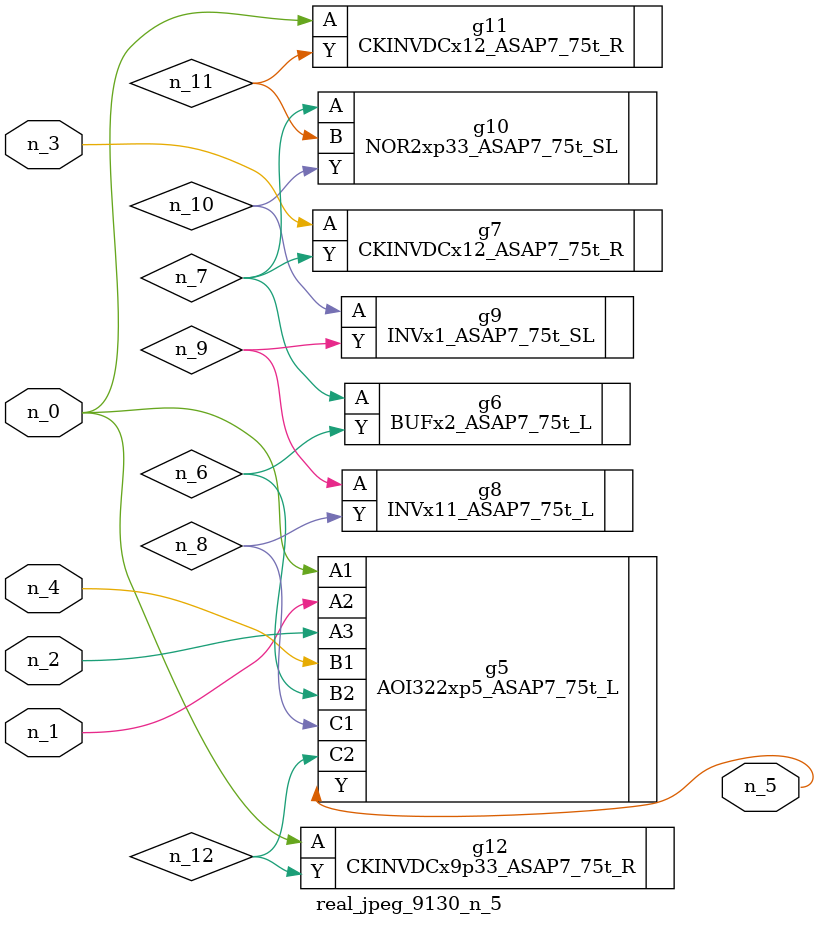
<source format=v>
module real_jpeg_9130_n_5 (n_4, n_0, n_1, n_2, n_3, n_5);

input n_4;
input n_0;
input n_1;
input n_2;
input n_3;

output n_5;

wire n_12;
wire n_8;
wire n_11;
wire n_6;
wire n_7;
wire n_10;
wire n_9;

AOI322xp5_ASAP7_75t_L g5 ( 
.A1(n_0),
.A2(n_1),
.A3(n_2),
.B1(n_4),
.B2(n_6),
.C1(n_8),
.C2(n_12),
.Y(n_5)
);

CKINVDCx12_ASAP7_75t_R g11 ( 
.A(n_0),
.Y(n_11)
);

CKINVDCx9p33_ASAP7_75t_R g12 ( 
.A(n_0),
.Y(n_12)
);

CKINVDCx12_ASAP7_75t_R g7 ( 
.A(n_3),
.Y(n_7)
);

BUFx2_ASAP7_75t_L g6 ( 
.A(n_7),
.Y(n_6)
);

NOR2xp33_ASAP7_75t_SL g10 ( 
.A(n_7),
.B(n_11),
.Y(n_10)
);

INVx11_ASAP7_75t_L g8 ( 
.A(n_9),
.Y(n_8)
);

INVx1_ASAP7_75t_SL g9 ( 
.A(n_10),
.Y(n_9)
);


endmodule
</source>
